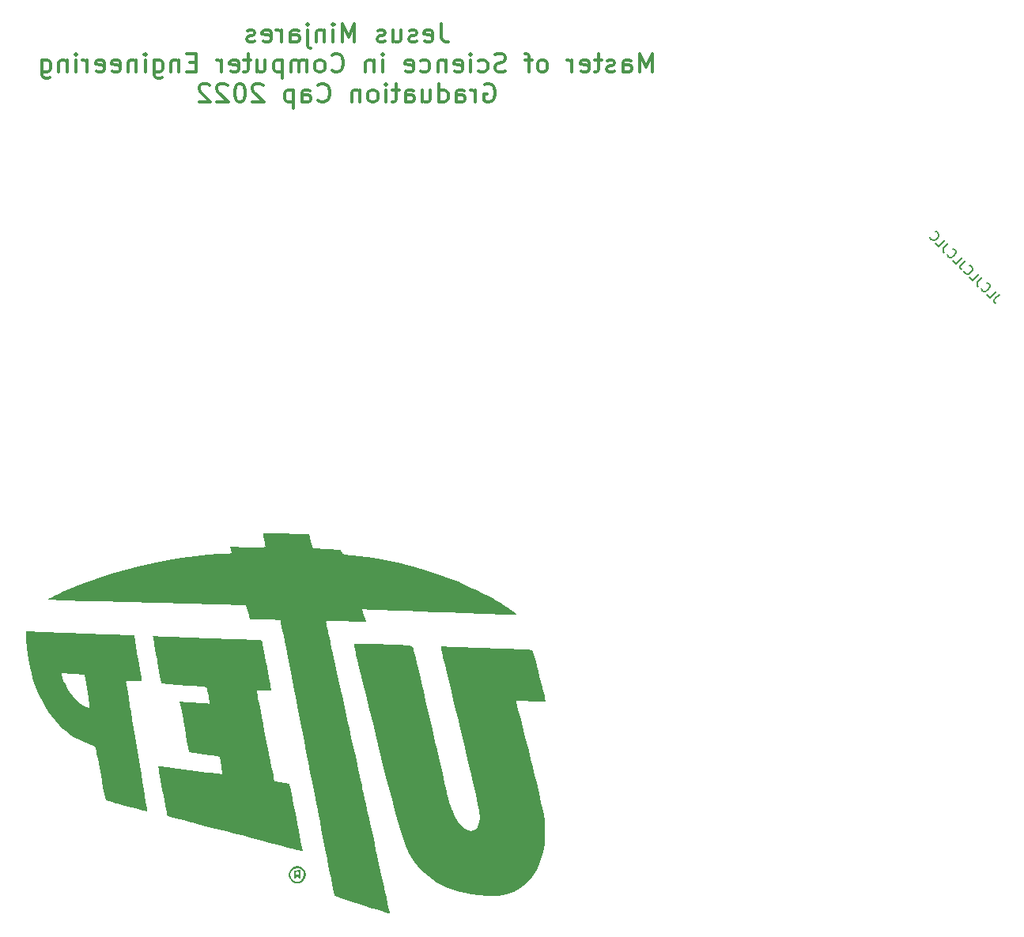
<source format=gbr>
%TF.GenerationSoftware,KiCad,Pcbnew,(6.0.2-0)*%
%TF.CreationDate,2022-06-10T14:05:29-06:00*%
%TF.ProjectId,Graduation Cap,47726164-7561-4746-996f-6e204361702e,rev?*%
%TF.SameCoordinates,Original*%
%TF.FileFunction,Legend,Bot*%
%TF.FilePolarity,Positive*%
%FSLAX46Y46*%
G04 Gerber Fmt 4.6, Leading zero omitted, Abs format (unit mm)*
G04 Created by KiCad (PCBNEW (6.0.2-0)) date 2022-06-10 14:05:29*
%MOMM*%
%LPD*%
G01*
G04 APERTURE LIST*
%ADD10C,0.150000*%
%ADD11C,0.300000*%
G04 APERTURE END LIST*
D10*
X198979385Y-90000934D02*
X198474308Y-90506011D01*
X198406965Y-90640698D01*
X198406965Y-90775385D01*
X198474308Y-90910072D01*
X198541652Y-90977415D01*
X197598843Y-90034606D02*
X197935560Y-90371324D01*
X198642667Y-89664217D01*
X197026423Y-89327499D02*
X197026423Y-89394843D01*
X197093766Y-89529530D01*
X197161110Y-89596873D01*
X197295797Y-89664217D01*
X197430484Y-89664217D01*
X197531499Y-89630545D01*
X197699858Y-89529530D01*
X197800873Y-89428514D01*
X197901888Y-89260156D01*
X197935560Y-89159140D01*
X197935560Y-89024453D01*
X197868217Y-88889766D01*
X197800873Y-88822423D01*
X197666186Y-88755079D01*
X197598843Y-88755079D01*
X197161110Y-88182660D02*
X196656034Y-88687736D01*
X196588690Y-88822423D01*
X196588690Y-88957110D01*
X196656034Y-89091797D01*
X196723377Y-89159140D01*
X195780568Y-88216331D02*
X196117286Y-88553049D01*
X196824392Y-87845942D01*
X195208148Y-87509225D02*
X195208148Y-87576568D01*
X195275492Y-87711255D01*
X195342835Y-87778599D01*
X195477522Y-87845942D01*
X195612209Y-87845942D01*
X195713225Y-87812270D01*
X195881583Y-87711255D01*
X195982599Y-87610240D01*
X196083614Y-87441881D01*
X196117286Y-87340866D01*
X196117286Y-87206179D01*
X196049942Y-87071492D01*
X195982599Y-87004148D01*
X195847912Y-86936805D01*
X195780568Y-86936805D01*
X195342835Y-86364385D02*
X194837759Y-86869461D01*
X194770416Y-87004148D01*
X194770416Y-87138835D01*
X194837759Y-87273522D01*
X194905103Y-87340866D01*
X193962294Y-86398057D02*
X194299011Y-86734774D01*
X195006118Y-86027668D01*
X193389874Y-85690950D02*
X193389874Y-85758294D01*
X193457217Y-85892981D01*
X193524561Y-85960324D01*
X193659248Y-86027668D01*
X193793935Y-86027668D01*
X193894950Y-85993996D01*
X194063309Y-85892981D01*
X194164324Y-85791965D01*
X194265339Y-85623607D01*
X194299011Y-85522591D01*
X194299011Y-85387904D01*
X194231668Y-85253217D01*
X194164324Y-85185874D01*
X194029637Y-85118530D01*
X193962294Y-85118530D01*
X193524561Y-84546111D02*
X193019485Y-85051187D01*
X192952141Y-85185874D01*
X192952141Y-85320561D01*
X193019485Y-85455248D01*
X193086828Y-85522591D01*
X192144019Y-84579782D02*
X192480736Y-84916500D01*
X193187843Y-84209393D01*
X191571599Y-83872675D02*
X191571599Y-83940019D01*
X191638943Y-84074706D01*
X191706286Y-84142049D01*
X191840973Y-84209393D01*
X191975660Y-84209393D01*
X192076675Y-84175721D01*
X192245034Y-84074706D01*
X192346049Y-83973691D01*
X192447065Y-83805332D01*
X192480736Y-83704317D01*
X192480736Y-83569630D01*
X192413393Y-83434943D01*
X192346049Y-83367599D01*
X192211362Y-83300256D01*
X192144019Y-83300256D01*
D11*
X139177619Y-60974761D02*
X139177619Y-62403333D01*
X139272857Y-62689047D01*
X139463333Y-62879523D01*
X139749047Y-62974761D01*
X139939523Y-62974761D01*
X137463333Y-62879523D02*
X137653809Y-62974761D01*
X138034761Y-62974761D01*
X138225238Y-62879523D01*
X138320476Y-62689047D01*
X138320476Y-61927142D01*
X138225238Y-61736666D01*
X138034761Y-61641428D01*
X137653809Y-61641428D01*
X137463333Y-61736666D01*
X137368095Y-61927142D01*
X137368095Y-62117619D01*
X138320476Y-62308095D01*
X136606190Y-62879523D02*
X136415714Y-62974761D01*
X136034761Y-62974761D01*
X135844285Y-62879523D01*
X135749047Y-62689047D01*
X135749047Y-62593809D01*
X135844285Y-62403333D01*
X136034761Y-62308095D01*
X136320476Y-62308095D01*
X136510952Y-62212857D01*
X136606190Y-62022380D01*
X136606190Y-61927142D01*
X136510952Y-61736666D01*
X136320476Y-61641428D01*
X136034761Y-61641428D01*
X135844285Y-61736666D01*
X134034761Y-61641428D02*
X134034761Y-62974761D01*
X134891904Y-61641428D02*
X134891904Y-62689047D01*
X134796666Y-62879523D01*
X134606190Y-62974761D01*
X134320476Y-62974761D01*
X134130000Y-62879523D01*
X134034761Y-62784285D01*
X133177619Y-62879523D02*
X132987142Y-62974761D01*
X132606190Y-62974761D01*
X132415714Y-62879523D01*
X132320476Y-62689047D01*
X132320476Y-62593809D01*
X132415714Y-62403333D01*
X132606190Y-62308095D01*
X132891904Y-62308095D01*
X133082380Y-62212857D01*
X133177619Y-62022380D01*
X133177619Y-61927142D01*
X133082380Y-61736666D01*
X132891904Y-61641428D01*
X132606190Y-61641428D01*
X132415714Y-61736666D01*
X129939523Y-62974761D02*
X129939523Y-60974761D01*
X129272857Y-62403333D01*
X128606190Y-60974761D01*
X128606190Y-62974761D01*
X127653809Y-62974761D02*
X127653809Y-61641428D01*
X127653809Y-60974761D02*
X127749047Y-61070000D01*
X127653809Y-61165238D01*
X127558571Y-61070000D01*
X127653809Y-60974761D01*
X127653809Y-61165238D01*
X126701428Y-61641428D02*
X126701428Y-62974761D01*
X126701428Y-61831904D02*
X126606190Y-61736666D01*
X126415714Y-61641428D01*
X126130000Y-61641428D01*
X125939523Y-61736666D01*
X125844285Y-61927142D01*
X125844285Y-62974761D01*
X124891904Y-61641428D02*
X124891904Y-63355714D01*
X124987142Y-63546190D01*
X125177619Y-63641428D01*
X125272857Y-63641428D01*
X124891904Y-60974761D02*
X124987142Y-61070000D01*
X124891904Y-61165238D01*
X124796666Y-61070000D01*
X124891904Y-60974761D01*
X124891904Y-61165238D01*
X123082380Y-62974761D02*
X123082380Y-61927142D01*
X123177619Y-61736666D01*
X123368095Y-61641428D01*
X123749047Y-61641428D01*
X123939523Y-61736666D01*
X123082380Y-62879523D02*
X123272857Y-62974761D01*
X123749047Y-62974761D01*
X123939523Y-62879523D01*
X124034761Y-62689047D01*
X124034761Y-62498571D01*
X123939523Y-62308095D01*
X123749047Y-62212857D01*
X123272857Y-62212857D01*
X123082380Y-62117619D01*
X122130000Y-62974761D02*
X122130000Y-61641428D01*
X122130000Y-62022380D02*
X122034761Y-61831904D01*
X121939523Y-61736666D01*
X121749047Y-61641428D01*
X121558571Y-61641428D01*
X120130000Y-62879523D02*
X120320476Y-62974761D01*
X120701428Y-62974761D01*
X120891904Y-62879523D01*
X120987142Y-62689047D01*
X120987142Y-61927142D01*
X120891904Y-61736666D01*
X120701428Y-61641428D01*
X120320476Y-61641428D01*
X120130000Y-61736666D01*
X120034761Y-61927142D01*
X120034761Y-62117619D01*
X120987142Y-62308095D01*
X119272857Y-62879523D02*
X119082380Y-62974761D01*
X118701428Y-62974761D01*
X118510952Y-62879523D01*
X118415714Y-62689047D01*
X118415714Y-62593809D01*
X118510952Y-62403333D01*
X118701428Y-62308095D01*
X118987142Y-62308095D01*
X119177619Y-62212857D01*
X119272857Y-62022380D01*
X119272857Y-61927142D01*
X119177619Y-61736666D01*
X118987142Y-61641428D01*
X118701428Y-61641428D01*
X118510952Y-61736666D01*
X161796666Y-66194761D02*
X161796666Y-64194761D01*
X161130000Y-65623333D01*
X160463333Y-64194761D01*
X160463333Y-66194761D01*
X158653809Y-66194761D02*
X158653809Y-65147142D01*
X158749047Y-64956666D01*
X158939523Y-64861428D01*
X159320476Y-64861428D01*
X159510952Y-64956666D01*
X158653809Y-66099523D02*
X158844285Y-66194761D01*
X159320476Y-66194761D01*
X159510952Y-66099523D01*
X159606190Y-65909047D01*
X159606190Y-65718571D01*
X159510952Y-65528095D01*
X159320476Y-65432857D01*
X158844285Y-65432857D01*
X158653809Y-65337619D01*
X157796666Y-66099523D02*
X157606190Y-66194761D01*
X157225238Y-66194761D01*
X157034761Y-66099523D01*
X156939523Y-65909047D01*
X156939523Y-65813809D01*
X157034761Y-65623333D01*
X157225238Y-65528095D01*
X157510952Y-65528095D01*
X157701428Y-65432857D01*
X157796666Y-65242380D01*
X157796666Y-65147142D01*
X157701428Y-64956666D01*
X157510952Y-64861428D01*
X157225238Y-64861428D01*
X157034761Y-64956666D01*
X156368095Y-64861428D02*
X155606190Y-64861428D01*
X156082380Y-64194761D02*
X156082380Y-65909047D01*
X155987142Y-66099523D01*
X155796666Y-66194761D01*
X155606190Y-66194761D01*
X154177619Y-66099523D02*
X154368095Y-66194761D01*
X154749047Y-66194761D01*
X154939523Y-66099523D01*
X155034761Y-65909047D01*
X155034761Y-65147142D01*
X154939523Y-64956666D01*
X154749047Y-64861428D01*
X154368095Y-64861428D01*
X154177619Y-64956666D01*
X154082380Y-65147142D01*
X154082380Y-65337619D01*
X155034761Y-65528095D01*
X153225238Y-66194761D02*
X153225238Y-64861428D01*
X153225238Y-65242380D02*
X153130000Y-65051904D01*
X153034761Y-64956666D01*
X152844285Y-64861428D01*
X152653809Y-64861428D01*
X150177619Y-66194761D02*
X150368095Y-66099523D01*
X150463333Y-66004285D01*
X150558571Y-65813809D01*
X150558571Y-65242380D01*
X150463333Y-65051904D01*
X150368095Y-64956666D01*
X150177619Y-64861428D01*
X149891904Y-64861428D01*
X149701428Y-64956666D01*
X149606190Y-65051904D01*
X149510952Y-65242380D01*
X149510952Y-65813809D01*
X149606190Y-66004285D01*
X149701428Y-66099523D01*
X149891904Y-66194761D01*
X150177619Y-66194761D01*
X148939523Y-64861428D02*
X148177619Y-64861428D01*
X148653809Y-66194761D02*
X148653809Y-64480476D01*
X148558571Y-64290000D01*
X148368095Y-64194761D01*
X148177619Y-64194761D01*
X146082380Y-66099523D02*
X145796666Y-66194761D01*
X145320476Y-66194761D01*
X145130000Y-66099523D01*
X145034761Y-66004285D01*
X144939523Y-65813809D01*
X144939523Y-65623333D01*
X145034761Y-65432857D01*
X145130000Y-65337619D01*
X145320476Y-65242380D01*
X145701428Y-65147142D01*
X145891904Y-65051904D01*
X145987142Y-64956666D01*
X146082380Y-64766190D01*
X146082380Y-64575714D01*
X145987142Y-64385238D01*
X145891904Y-64290000D01*
X145701428Y-64194761D01*
X145225238Y-64194761D01*
X144939523Y-64290000D01*
X143225238Y-66099523D02*
X143415714Y-66194761D01*
X143796666Y-66194761D01*
X143987142Y-66099523D01*
X144082380Y-66004285D01*
X144177619Y-65813809D01*
X144177619Y-65242380D01*
X144082380Y-65051904D01*
X143987142Y-64956666D01*
X143796666Y-64861428D01*
X143415714Y-64861428D01*
X143225238Y-64956666D01*
X142368095Y-66194761D02*
X142368095Y-64861428D01*
X142368095Y-64194761D02*
X142463333Y-64290000D01*
X142368095Y-64385238D01*
X142272857Y-64290000D01*
X142368095Y-64194761D01*
X142368095Y-64385238D01*
X140653809Y-66099523D02*
X140844285Y-66194761D01*
X141225238Y-66194761D01*
X141415714Y-66099523D01*
X141510952Y-65909047D01*
X141510952Y-65147142D01*
X141415714Y-64956666D01*
X141225238Y-64861428D01*
X140844285Y-64861428D01*
X140653809Y-64956666D01*
X140558571Y-65147142D01*
X140558571Y-65337619D01*
X141510952Y-65528095D01*
X139701428Y-64861428D02*
X139701428Y-66194761D01*
X139701428Y-65051904D02*
X139606190Y-64956666D01*
X139415714Y-64861428D01*
X139130000Y-64861428D01*
X138939523Y-64956666D01*
X138844285Y-65147142D01*
X138844285Y-66194761D01*
X137034761Y-66099523D02*
X137225238Y-66194761D01*
X137606190Y-66194761D01*
X137796666Y-66099523D01*
X137891904Y-66004285D01*
X137987142Y-65813809D01*
X137987142Y-65242380D01*
X137891904Y-65051904D01*
X137796666Y-64956666D01*
X137606190Y-64861428D01*
X137225238Y-64861428D01*
X137034761Y-64956666D01*
X135415714Y-66099523D02*
X135606190Y-66194761D01*
X135987142Y-66194761D01*
X136177619Y-66099523D01*
X136272857Y-65909047D01*
X136272857Y-65147142D01*
X136177619Y-64956666D01*
X135987142Y-64861428D01*
X135606190Y-64861428D01*
X135415714Y-64956666D01*
X135320476Y-65147142D01*
X135320476Y-65337619D01*
X136272857Y-65528095D01*
X132939523Y-66194761D02*
X132939523Y-64861428D01*
X132939523Y-64194761D02*
X133034761Y-64290000D01*
X132939523Y-64385238D01*
X132844285Y-64290000D01*
X132939523Y-64194761D01*
X132939523Y-64385238D01*
X131987142Y-64861428D02*
X131987142Y-66194761D01*
X131987142Y-65051904D02*
X131891904Y-64956666D01*
X131701428Y-64861428D01*
X131415714Y-64861428D01*
X131225238Y-64956666D01*
X131130000Y-65147142D01*
X131130000Y-66194761D01*
X127510952Y-66004285D02*
X127606190Y-66099523D01*
X127891904Y-66194761D01*
X128082380Y-66194761D01*
X128368095Y-66099523D01*
X128558571Y-65909047D01*
X128653809Y-65718571D01*
X128749047Y-65337619D01*
X128749047Y-65051904D01*
X128653809Y-64670952D01*
X128558571Y-64480476D01*
X128368095Y-64290000D01*
X128082380Y-64194761D01*
X127891904Y-64194761D01*
X127606190Y-64290000D01*
X127510952Y-64385238D01*
X126368095Y-66194761D02*
X126558571Y-66099523D01*
X126653809Y-66004285D01*
X126749047Y-65813809D01*
X126749047Y-65242380D01*
X126653809Y-65051904D01*
X126558571Y-64956666D01*
X126368095Y-64861428D01*
X126082380Y-64861428D01*
X125891904Y-64956666D01*
X125796666Y-65051904D01*
X125701428Y-65242380D01*
X125701428Y-65813809D01*
X125796666Y-66004285D01*
X125891904Y-66099523D01*
X126082380Y-66194761D01*
X126368095Y-66194761D01*
X124844285Y-66194761D02*
X124844285Y-64861428D01*
X124844285Y-65051904D02*
X124749047Y-64956666D01*
X124558571Y-64861428D01*
X124272857Y-64861428D01*
X124082380Y-64956666D01*
X123987142Y-65147142D01*
X123987142Y-66194761D01*
X123987142Y-65147142D02*
X123891904Y-64956666D01*
X123701428Y-64861428D01*
X123415714Y-64861428D01*
X123225238Y-64956666D01*
X123130000Y-65147142D01*
X123130000Y-66194761D01*
X122177619Y-64861428D02*
X122177619Y-66861428D01*
X122177619Y-64956666D02*
X121987142Y-64861428D01*
X121606190Y-64861428D01*
X121415714Y-64956666D01*
X121320476Y-65051904D01*
X121225238Y-65242380D01*
X121225238Y-65813809D01*
X121320476Y-66004285D01*
X121415714Y-66099523D01*
X121606190Y-66194761D01*
X121987142Y-66194761D01*
X122177619Y-66099523D01*
X119510952Y-64861428D02*
X119510952Y-66194761D01*
X120368095Y-64861428D02*
X120368095Y-65909047D01*
X120272857Y-66099523D01*
X120082380Y-66194761D01*
X119796666Y-66194761D01*
X119606190Y-66099523D01*
X119510952Y-66004285D01*
X118844285Y-64861428D02*
X118082380Y-64861428D01*
X118558571Y-64194761D02*
X118558571Y-65909047D01*
X118463333Y-66099523D01*
X118272857Y-66194761D01*
X118082380Y-66194761D01*
X116653809Y-66099523D02*
X116844285Y-66194761D01*
X117225238Y-66194761D01*
X117415714Y-66099523D01*
X117510952Y-65909047D01*
X117510952Y-65147142D01*
X117415714Y-64956666D01*
X117225238Y-64861428D01*
X116844285Y-64861428D01*
X116653809Y-64956666D01*
X116558571Y-65147142D01*
X116558571Y-65337619D01*
X117510952Y-65528095D01*
X115701428Y-66194761D02*
X115701428Y-64861428D01*
X115701428Y-65242380D02*
X115606190Y-65051904D01*
X115510952Y-64956666D01*
X115320476Y-64861428D01*
X115130000Y-64861428D01*
X112939523Y-65147142D02*
X112272857Y-65147142D01*
X111987142Y-66194761D02*
X112939523Y-66194761D01*
X112939523Y-64194761D01*
X111987142Y-64194761D01*
X111130000Y-64861428D02*
X111130000Y-66194761D01*
X111130000Y-65051904D02*
X111034761Y-64956666D01*
X110844285Y-64861428D01*
X110558571Y-64861428D01*
X110368095Y-64956666D01*
X110272857Y-65147142D01*
X110272857Y-66194761D01*
X108463333Y-64861428D02*
X108463333Y-66480476D01*
X108558571Y-66670952D01*
X108653809Y-66766190D01*
X108844285Y-66861428D01*
X109130000Y-66861428D01*
X109320476Y-66766190D01*
X108463333Y-66099523D02*
X108653809Y-66194761D01*
X109034761Y-66194761D01*
X109225238Y-66099523D01*
X109320476Y-66004285D01*
X109415714Y-65813809D01*
X109415714Y-65242380D01*
X109320476Y-65051904D01*
X109225238Y-64956666D01*
X109034761Y-64861428D01*
X108653809Y-64861428D01*
X108463333Y-64956666D01*
X107510952Y-66194761D02*
X107510952Y-64861428D01*
X107510952Y-64194761D02*
X107606190Y-64290000D01*
X107510952Y-64385238D01*
X107415714Y-64290000D01*
X107510952Y-64194761D01*
X107510952Y-64385238D01*
X106558571Y-64861428D02*
X106558571Y-66194761D01*
X106558571Y-65051904D02*
X106463333Y-64956666D01*
X106272857Y-64861428D01*
X105987142Y-64861428D01*
X105796666Y-64956666D01*
X105701428Y-65147142D01*
X105701428Y-66194761D01*
X103987142Y-66099523D02*
X104177619Y-66194761D01*
X104558571Y-66194761D01*
X104749047Y-66099523D01*
X104844285Y-65909047D01*
X104844285Y-65147142D01*
X104749047Y-64956666D01*
X104558571Y-64861428D01*
X104177619Y-64861428D01*
X103987142Y-64956666D01*
X103891904Y-65147142D01*
X103891904Y-65337619D01*
X104844285Y-65528095D01*
X102272857Y-66099523D02*
X102463333Y-66194761D01*
X102844285Y-66194761D01*
X103034761Y-66099523D01*
X103130000Y-65909047D01*
X103130000Y-65147142D01*
X103034761Y-64956666D01*
X102844285Y-64861428D01*
X102463333Y-64861428D01*
X102272857Y-64956666D01*
X102177619Y-65147142D01*
X102177619Y-65337619D01*
X103130000Y-65528095D01*
X101320476Y-66194761D02*
X101320476Y-64861428D01*
X101320476Y-65242380D02*
X101225238Y-65051904D01*
X101130000Y-64956666D01*
X100939523Y-64861428D01*
X100749047Y-64861428D01*
X100082380Y-66194761D02*
X100082380Y-64861428D01*
X100082380Y-64194761D02*
X100177619Y-64290000D01*
X100082380Y-64385238D01*
X99987142Y-64290000D01*
X100082380Y-64194761D01*
X100082380Y-64385238D01*
X99130000Y-64861428D02*
X99130000Y-66194761D01*
X99130000Y-65051904D02*
X99034761Y-64956666D01*
X98844285Y-64861428D01*
X98558571Y-64861428D01*
X98368095Y-64956666D01*
X98272857Y-65147142D01*
X98272857Y-66194761D01*
X96463333Y-64861428D02*
X96463333Y-66480476D01*
X96558571Y-66670952D01*
X96653809Y-66766190D01*
X96844285Y-66861428D01*
X97130000Y-66861428D01*
X97320476Y-66766190D01*
X96463333Y-66099523D02*
X96653809Y-66194761D01*
X97034761Y-66194761D01*
X97225238Y-66099523D01*
X97320476Y-66004285D01*
X97415714Y-65813809D01*
X97415714Y-65242380D01*
X97320476Y-65051904D01*
X97225238Y-64956666D01*
X97034761Y-64861428D01*
X96653809Y-64861428D01*
X96463333Y-64956666D01*
X143844285Y-67510000D02*
X144034761Y-67414761D01*
X144320476Y-67414761D01*
X144606190Y-67510000D01*
X144796666Y-67700476D01*
X144891904Y-67890952D01*
X144987142Y-68271904D01*
X144987142Y-68557619D01*
X144891904Y-68938571D01*
X144796666Y-69129047D01*
X144606190Y-69319523D01*
X144320476Y-69414761D01*
X144130000Y-69414761D01*
X143844285Y-69319523D01*
X143749047Y-69224285D01*
X143749047Y-68557619D01*
X144130000Y-68557619D01*
X142891904Y-69414761D02*
X142891904Y-68081428D01*
X142891904Y-68462380D02*
X142796666Y-68271904D01*
X142701428Y-68176666D01*
X142510952Y-68081428D01*
X142320476Y-68081428D01*
X140796666Y-69414761D02*
X140796666Y-68367142D01*
X140891904Y-68176666D01*
X141082380Y-68081428D01*
X141463333Y-68081428D01*
X141653809Y-68176666D01*
X140796666Y-69319523D02*
X140987142Y-69414761D01*
X141463333Y-69414761D01*
X141653809Y-69319523D01*
X141749047Y-69129047D01*
X141749047Y-68938571D01*
X141653809Y-68748095D01*
X141463333Y-68652857D01*
X140987142Y-68652857D01*
X140796666Y-68557619D01*
X138987142Y-69414761D02*
X138987142Y-67414761D01*
X138987142Y-69319523D02*
X139177619Y-69414761D01*
X139558571Y-69414761D01*
X139749047Y-69319523D01*
X139844285Y-69224285D01*
X139939523Y-69033809D01*
X139939523Y-68462380D01*
X139844285Y-68271904D01*
X139749047Y-68176666D01*
X139558571Y-68081428D01*
X139177619Y-68081428D01*
X138987142Y-68176666D01*
X137177619Y-68081428D02*
X137177619Y-69414761D01*
X138034761Y-68081428D02*
X138034761Y-69129047D01*
X137939523Y-69319523D01*
X137749047Y-69414761D01*
X137463333Y-69414761D01*
X137272857Y-69319523D01*
X137177619Y-69224285D01*
X135368095Y-69414761D02*
X135368095Y-68367142D01*
X135463333Y-68176666D01*
X135653809Y-68081428D01*
X136034761Y-68081428D01*
X136225238Y-68176666D01*
X135368095Y-69319523D02*
X135558571Y-69414761D01*
X136034761Y-69414761D01*
X136225238Y-69319523D01*
X136320476Y-69129047D01*
X136320476Y-68938571D01*
X136225238Y-68748095D01*
X136034761Y-68652857D01*
X135558571Y-68652857D01*
X135368095Y-68557619D01*
X134701428Y-68081428D02*
X133939523Y-68081428D01*
X134415714Y-67414761D02*
X134415714Y-69129047D01*
X134320476Y-69319523D01*
X134130000Y-69414761D01*
X133939523Y-69414761D01*
X133272857Y-69414761D02*
X133272857Y-68081428D01*
X133272857Y-67414761D02*
X133368095Y-67510000D01*
X133272857Y-67605238D01*
X133177619Y-67510000D01*
X133272857Y-67414761D01*
X133272857Y-67605238D01*
X132034761Y-69414761D02*
X132225238Y-69319523D01*
X132320476Y-69224285D01*
X132415714Y-69033809D01*
X132415714Y-68462380D01*
X132320476Y-68271904D01*
X132225238Y-68176666D01*
X132034761Y-68081428D01*
X131749047Y-68081428D01*
X131558571Y-68176666D01*
X131463333Y-68271904D01*
X131368095Y-68462380D01*
X131368095Y-69033809D01*
X131463333Y-69224285D01*
X131558571Y-69319523D01*
X131749047Y-69414761D01*
X132034761Y-69414761D01*
X130510952Y-68081428D02*
X130510952Y-69414761D01*
X130510952Y-68271904D02*
X130415714Y-68176666D01*
X130225238Y-68081428D01*
X129939523Y-68081428D01*
X129749047Y-68176666D01*
X129653809Y-68367142D01*
X129653809Y-69414761D01*
X126034761Y-69224285D02*
X126130000Y-69319523D01*
X126415714Y-69414761D01*
X126606190Y-69414761D01*
X126891904Y-69319523D01*
X127082380Y-69129047D01*
X127177619Y-68938571D01*
X127272857Y-68557619D01*
X127272857Y-68271904D01*
X127177619Y-67890952D01*
X127082380Y-67700476D01*
X126891904Y-67510000D01*
X126606190Y-67414761D01*
X126415714Y-67414761D01*
X126130000Y-67510000D01*
X126034761Y-67605238D01*
X124320476Y-69414761D02*
X124320476Y-68367142D01*
X124415714Y-68176666D01*
X124606190Y-68081428D01*
X124987142Y-68081428D01*
X125177619Y-68176666D01*
X124320476Y-69319523D02*
X124510952Y-69414761D01*
X124987142Y-69414761D01*
X125177619Y-69319523D01*
X125272857Y-69129047D01*
X125272857Y-68938571D01*
X125177619Y-68748095D01*
X124987142Y-68652857D01*
X124510952Y-68652857D01*
X124320476Y-68557619D01*
X123368095Y-68081428D02*
X123368095Y-70081428D01*
X123368095Y-68176666D02*
X123177619Y-68081428D01*
X122796666Y-68081428D01*
X122606190Y-68176666D01*
X122510952Y-68271904D01*
X122415714Y-68462380D01*
X122415714Y-69033809D01*
X122510952Y-69224285D01*
X122606190Y-69319523D01*
X122796666Y-69414761D01*
X123177619Y-69414761D01*
X123368095Y-69319523D01*
X120130000Y-67605238D02*
X120034761Y-67510000D01*
X119844285Y-67414761D01*
X119368095Y-67414761D01*
X119177619Y-67510000D01*
X119082380Y-67605238D01*
X118987142Y-67795714D01*
X118987142Y-67986190D01*
X119082380Y-68271904D01*
X120225238Y-69414761D01*
X118987142Y-69414761D01*
X117749047Y-67414761D02*
X117558571Y-67414761D01*
X117368095Y-67510000D01*
X117272857Y-67605238D01*
X117177619Y-67795714D01*
X117082380Y-68176666D01*
X117082380Y-68652857D01*
X117177619Y-69033809D01*
X117272857Y-69224285D01*
X117368095Y-69319523D01*
X117558571Y-69414761D01*
X117749047Y-69414761D01*
X117939523Y-69319523D01*
X118034761Y-69224285D01*
X118130000Y-69033809D01*
X118225238Y-68652857D01*
X118225238Y-68176666D01*
X118130000Y-67795714D01*
X118034761Y-67605238D01*
X117939523Y-67510000D01*
X117749047Y-67414761D01*
X116320476Y-67605238D02*
X116225238Y-67510000D01*
X116034761Y-67414761D01*
X115558571Y-67414761D01*
X115368095Y-67510000D01*
X115272857Y-67605238D01*
X115177619Y-67795714D01*
X115177619Y-67986190D01*
X115272857Y-68271904D01*
X116415714Y-69414761D01*
X115177619Y-69414761D01*
X114415714Y-67605238D02*
X114320476Y-67510000D01*
X114130000Y-67414761D01*
X113653809Y-67414761D01*
X113463333Y-67510000D01*
X113368095Y-67605238D01*
X113272857Y-67795714D01*
X113272857Y-67986190D01*
X113368095Y-68271904D01*
X114510952Y-69414761D01*
X113272857Y-69414761D01*
%TO.C,G\u002A\u002A\u002A*%
X125442571Y-120358000D02*
X125587714Y-120285428D01*
X125805428Y-120285428D01*
X126023142Y-120358000D01*
X126168285Y-120503142D01*
X126240857Y-120648285D01*
X126313428Y-120938571D01*
X126313428Y-121156285D01*
X126240857Y-121446571D01*
X126168285Y-121591714D01*
X126023142Y-121736857D01*
X125805428Y-121809428D01*
X125660285Y-121809428D01*
X125442571Y-121736857D01*
X125370000Y-121664285D01*
X125370000Y-121156285D01*
X125660285Y-121156285D01*
X124499142Y-120285428D02*
X124499142Y-120648285D01*
X124862000Y-120503142D02*
X124499142Y-120648285D01*
X124136285Y-120503142D01*
X124716857Y-120938571D02*
X124499142Y-120648285D01*
X124281428Y-120938571D01*
X123338000Y-120285428D02*
X123338000Y-120648285D01*
X123700857Y-120503142D02*
X123338000Y-120648285D01*
X122975142Y-120503142D01*
X123555714Y-120938571D02*
X123338000Y-120648285D01*
X123120285Y-120938571D01*
X122176857Y-120285428D02*
X122176857Y-120648285D01*
X122539714Y-120503142D02*
X122176857Y-120648285D01*
X121814000Y-120503142D01*
X122394571Y-120938571D02*
X122176857Y-120648285D01*
X121959142Y-120938571D01*
G36*
X124496876Y-152808742D02*
G01*
X124213697Y-153036848D01*
X123947723Y-153128588D01*
X123626486Y-153124779D01*
X123342102Y-153008949D01*
X123113430Y-152805878D01*
X122959329Y-152540349D01*
X122898658Y-152237145D01*
X122902084Y-152216163D01*
X123074669Y-152216163D01*
X123145153Y-152484284D01*
X123293132Y-152731149D01*
X123486213Y-152890402D01*
X123620053Y-152942303D01*
X123877899Y-152964929D01*
X124151826Y-152862182D01*
X124259152Y-152789525D01*
X124439718Y-152551933D01*
X124506306Y-152258949D01*
X124454521Y-151951449D01*
X124279968Y-151670308D01*
X124233628Y-151625956D01*
X123987301Y-151503920D01*
X123709569Y-151500194D01*
X123440075Y-151601617D01*
X123218461Y-151795026D01*
X123084368Y-152067261D01*
X123074669Y-152216163D01*
X122902084Y-152216163D01*
X122950278Y-151921045D01*
X123133047Y-151616833D01*
X123196611Y-151549017D01*
X123497630Y-151339291D01*
X123825401Y-151283535D01*
X124180408Y-151381641D01*
X124470504Y-151572613D01*
X124645843Y-151839258D01*
X124704287Y-152199422D01*
X124696243Y-152258949D01*
X124665071Y-152489627D01*
X124496876Y-152808742D01*
G37*
G36*
X109465783Y-126674270D02*
G01*
X109477082Y-126674794D01*
X109822491Y-126689899D01*
X110284290Y-126708755D01*
X110845441Y-126730760D01*
X111488908Y-126755311D01*
X112197655Y-126781806D01*
X112954644Y-126809644D01*
X113742839Y-126838222D01*
X114545204Y-126866938D01*
X115344702Y-126895189D01*
X116124296Y-126922374D01*
X116866949Y-126947891D01*
X117555625Y-126971136D01*
X118173288Y-126991509D01*
X118702900Y-127008406D01*
X119127425Y-127021226D01*
X119429827Y-127029367D01*
X119593068Y-127032226D01*
X119705307Y-127034668D01*
X119937643Y-127065944D01*
X120034917Y-127130000D01*
X120038306Y-127143529D01*
X120066988Y-127283847D01*
X120117410Y-127547078D01*
X120184994Y-127908782D01*
X120265163Y-128344519D01*
X120353338Y-128829846D01*
X120448365Y-129353131D01*
X120555731Y-129938743D01*
X120660591Y-130505567D01*
X120754612Y-131008577D01*
X120829462Y-131402745D01*
X120838281Y-131448828D01*
X120904398Y-131812940D01*
X120953089Y-132114619D01*
X120979828Y-132323609D01*
X120980090Y-132409654D01*
X120946405Y-132418344D01*
X120784812Y-132429240D01*
X120523609Y-132433714D01*
X120198886Y-132430790D01*
X120004419Y-132428750D01*
X119721115Y-132433826D01*
X119526306Y-132448126D01*
X119453846Y-132469874D01*
X119458510Y-132502296D01*
X119488274Y-132667482D01*
X119541877Y-132951251D01*
X119615055Y-133331350D01*
X119703542Y-133785527D01*
X119803071Y-134291532D01*
X119883434Y-134698816D01*
X120001991Y-135300835D01*
X120139125Y-135998135D01*
X120288615Y-136759063D01*
X120444246Y-137551965D01*
X120599798Y-138345187D01*
X120749054Y-139107077D01*
X120791798Y-139325265D01*
X120920128Y-139978704D01*
X121038117Y-140577102D01*
X121142502Y-141104062D01*
X121230018Y-141543187D01*
X121297402Y-141878084D01*
X121341389Y-142092355D01*
X121358716Y-142169605D01*
X121396325Y-142179287D01*
X121559413Y-142210081D01*
X121821014Y-142255293D01*
X122147803Y-142309034D01*
X122373335Y-142346219D01*
X122662920Y-142397060D01*
X122866084Y-142436691D01*
X122948803Y-142458752D01*
X122951277Y-142464244D01*
X122979259Y-142575850D01*
X123031182Y-142812395D01*
X123102141Y-143150583D01*
X123187229Y-143567120D01*
X123281540Y-144038708D01*
X123401166Y-144643631D01*
X123543066Y-145362981D01*
X123683745Y-146077882D01*
X123819971Y-146771789D01*
X123948515Y-147428159D01*
X124066146Y-148030447D01*
X124169633Y-148562111D01*
X124255746Y-149006606D01*
X124321255Y-149347388D01*
X124362929Y-149567914D01*
X124377538Y-149651641D01*
X124376725Y-149654425D01*
X124365989Y-149657575D01*
X124335278Y-149654766D01*
X124275215Y-149643606D01*
X124176422Y-149621707D01*
X124029523Y-149586678D01*
X123825141Y-149536130D01*
X123553898Y-149467673D01*
X123206416Y-149378916D01*
X122773320Y-149267471D01*
X122245230Y-149130948D01*
X121612771Y-148966956D01*
X120866565Y-148773105D01*
X119997235Y-148547007D01*
X118995403Y-148286271D01*
X117851692Y-147988507D01*
X117842944Y-147986229D01*
X117030241Y-147774700D01*
X116216831Y-147563126D01*
X115424423Y-147357143D01*
X114674727Y-147162390D01*
X113989450Y-146984504D01*
X113390303Y-146829122D01*
X112898993Y-146701882D01*
X112537231Y-146608422D01*
X112154568Y-146509771D01*
X111660297Y-146382323D01*
X111202153Y-146264163D01*
X110818548Y-146165200D01*
X110547892Y-146095341D01*
X110492908Y-146080947D01*
X110215898Y-146002178D01*
X110007811Y-145932866D01*
X109910162Y-145886600D01*
X109906973Y-145880417D01*
X109876746Y-145765085D01*
X109824229Y-145523227D01*
X109753449Y-145176374D01*
X109668427Y-144746061D01*
X109573189Y-144253819D01*
X109471759Y-143721180D01*
X109368160Y-143169678D01*
X109266417Y-142620846D01*
X109170553Y-142096214D01*
X109084593Y-141617317D01*
X109012561Y-141205687D01*
X108958481Y-140882856D01*
X108926376Y-140670357D01*
X108920271Y-140589722D01*
X108951763Y-140588073D01*
X109108125Y-140600938D01*
X109363991Y-140630296D01*
X109684615Y-140672388D01*
X109886617Y-140700083D01*
X110436581Y-140773612D01*
X111037848Y-140851767D01*
X111671661Y-140932311D01*
X112319264Y-141013007D01*
X112961898Y-141091616D01*
X113580807Y-141165901D01*
X114157235Y-141233623D01*
X114672423Y-141292546D01*
X115107615Y-141340431D01*
X115444054Y-141375041D01*
X115662983Y-141394138D01*
X115745644Y-141395484D01*
X115748798Y-141319389D01*
X115731918Y-141123213D01*
X115699042Y-140844700D01*
X115655213Y-140520968D01*
X115605475Y-140189138D01*
X115554870Y-139886328D01*
X115508443Y-139649657D01*
X115505943Y-139639425D01*
X115479349Y-139585745D01*
X115418108Y-139541163D01*
X115302091Y-139501398D01*
X115111168Y-139462166D01*
X114825211Y-139419185D01*
X114424088Y-139368173D01*
X113887671Y-139304847D01*
X113775074Y-139291667D01*
X113303237Y-139234014D01*
X112890102Y-139179728D01*
X112559838Y-139132242D01*
X112336610Y-139094990D01*
X112244585Y-139071405D01*
X112241237Y-139068069D01*
X112218528Y-139022933D01*
X112189402Y-138925410D01*
X112151428Y-138762780D01*
X112102173Y-138522322D01*
X112039208Y-138191315D01*
X111960099Y-137757038D01*
X111862417Y-137206771D01*
X111743729Y-136527794D01*
X111601605Y-135707385D01*
X111582836Y-135598827D01*
X111497695Y-135109088D01*
X111419778Y-134665047D01*
X111353884Y-134293796D01*
X111304815Y-134022422D01*
X111277372Y-133878017D01*
X111229874Y-133650803D01*
X112078937Y-133706689D01*
X112272491Y-133719603D01*
X112755075Y-133752867D01*
X113243060Y-133787690D01*
X113655748Y-133818360D01*
X113833828Y-133831381D01*
X114120372Y-133849263D01*
X114321802Y-133857662D01*
X114402790Y-133854851D01*
X114401677Y-133787782D01*
X114378275Y-133601236D01*
X114337809Y-133333837D01*
X114286808Y-133023890D01*
X114231796Y-132709699D01*
X114179303Y-132429571D01*
X114135854Y-132221809D01*
X114107977Y-132124717D01*
X114035219Y-132097645D01*
X113834589Y-132064484D01*
X113540112Y-132032670D01*
X113184850Y-132006439D01*
X112878474Y-131987756D01*
X112366720Y-131954213D01*
X111828613Y-131916604D01*
X111286942Y-131876743D01*
X110764496Y-131836448D01*
X110284064Y-131797533D01*
X109868434Y-131761813D01*
X109540395Y-131731106D01*
X109322736Y-131707226D01*
X109238246Y-131691990D01*
X109233378Y-131677860D01*
X109204595Y-131542029D01*
X109155290Y-131278336D01*
X109088837Y-130905888D01*
X109008615Y-130443794D01*
X108917998Y-129911159D01*
X108820364Y-129327091D01*
X108786775Y-129124715D01*
X108689840Y-128543708D01*
X108600554Y-128012895D01*
X108522465Y-127553084D01*
X108459120Y-127185083D01*
X108414066Y-126929700D01*
X108390851Y-126807741D01*
X108348181Y-126622251D01*
X109465783Y-126674270D01*
G37*
G36*
X106137830Y-135584003D02*
G01*
X106291686Y-136505921D01*
X106454942Y-137482092D01*
X106625756Y-138501385D01*
X106794405Y-139510375D01*
X106955594Y-140481910D01*
X107106306Y-141397472D01*
X107244803Y-142246156D01*
X107369344Y-143017060D01*
X107478191Y-143699278D01*
X107569603Y-144281907D01*
X107641840Y-144754044D01*
X107693164Y-145104785D01*
X107721834Y-145323225D01*
X107726112Y-145398462D01*
X107705813Y-145396071D01*
X107629592Y-145380358D01*
X107489290Y-145347245D01*
X107272460Y-145293573D01*
X106966650Y-145216183D01*
X106559411Y-145111913D01*
X106038292Y-144977605D01*
X105390844Y-144810099D01*
X104604615Y-144606235D01*
X104343969Y-144537487D01*
X103957487Y-144431084D01*
X103640646Y-144338317D01*
X103420773Y-144267303D01*
X103325195Y-144226160D01*
X103309712Y-144200621D01*
X103285550Y-144130797D01*
X103253494Y-144007922D01*
X103211339Y-143820798D01*
X103156881Y-143558228D01*
X103087916Y-143209015D01*
X103002240Y-142761960D01*
X102897649Y-142205868D01*
X102771939Y-141529539D01*
X102622906Y-140721777D01*
X102448346Y-139771385D01*
X102416659Y-139601022D01*
X102339886Y-139207286D01*
X102270280Y-138875284D01*
X102214454Y-138635756D01*
X102179021Y-138519444D01*
X102146003Y-138481002D01*
X101988498Y-138386828D01*
X101763821Y-138306133D01*
X101709304Y-138290641D01*
X101355782Y-138163292D01*
X100924324Y-137975026D01*
X100458974Y-137747198D01*
X100003774Y-137501164D01*
X99602769Y-137258280D01*
X99225873Y-136978984D01*
X98786326Y-136595867D01*
X98327100Y-136149249D01*
X97881604Y-135673246D01*
X97483248Y-135201971D01*
X97165441Y-134769539D01*
X96678761Y-133970627D01*
X96068214Y-132732500D01*
X95567783Y-131404586D01*
X95343391Y-130588308D01*
X98586607Y-130588308D01*
X98588802Y-130783692D01*
X98589888Y-130809268D01*
X98646292Y-131064534D01*
X98776365Y-131407083D01*
X98963932Y-131802425D01*
X99192823Y-132216071D01*
X99446862Y-132613533D01*
X99745533Y-133011825D01*
X100180370Y-133491929D01*
X100621216Y-133874038D01*
X101041342Y-134132682D01*
X101068470Y-134145434D01*
X101303010Y-134251001D01*
X101455038Y-134292819D01*
X101536042Y-134252780D01*
X101557504Y-134112778D01*
X101530912Y-133854708D01*
X101467751Y-133460462D01*
X101424523Y-133196071D01*
X101344187Y-132692520D01*
X101261419Y-132161767D01*
X101188568Y-131682462D01*
X101048615Y-130744616D01*
X98586607Y-130588308D01*
X95343391Y-130588308D01*
X95182847Y-130004292D01*
X94918789Y-128549027D01*
X94780989Y-127056197D01*
X94734866Y-126103163D01*
X95429894Y-126139320D01*
X95533567Y-126144258D01*
X95825573Y-126156642D01*
X96246932Y-126173410D01*
X96780664Y-126193927D01*
X97409789Y-126217558D01*
X98117326Y-126243667D01*
X98886296Y-126271619D01*
X99699719Y-126300779D01*
X100540615Y-126330511D01*
X101030311Y-126347827D01*
X101858066Y-126377647D01*
X102648856Y-126406804D01*
X103385645Y-126434632D01*
X104051397Y-126460467D01*
X104629076Y-126483644D01*
X105101646Y-126503495D01*
X105452071Y-126519358D01*
X105663315Y-126530566D01*
X106370322Y-126575586D01*
X106745040Y-128894562D01*
X106776592Y-129089465D01*
X106870636Y-129666090D01*
X106957206Y-130190674D01*
X107032858Y-130642756D01*
X107094148Y-131001875D01*
X107137634Y-131247570D01*
X107159872Y-131359382D01*
X107167594Y-131392962D01*
X107159241Y-131443836D01*
X107097022Y-131472084D01*
X106955434Y-131480451D01*
X106708976Y-131471685D01*
X106332147Y-131448532D01*
X106083078Y-131433358D01*
X105776678Y-131421326D01*
X105587688Y-131427191D01*
X105492260Y-131452318D01*
X105466544Y-131498074D01*
X105478855Y-131584813D01*
X105515309Y-131815245D01*
X105574062Y-132177859D01*
X105653272Y-132661520D01*
X105751097Y-133255098D01*
X105865693Y-133947460D01*
X105893145Y-134112778D01*
X105995219Y-134727472D01*
X106137830Y-135584003D01*
G37*
G36*
X121296143Y-115626451D02*
G01*
X121888515Y-115635712D01*
X122581965Y-115651281D01*
X123365505Y-115673093D01*
X125049779Y-115723955D01*
X125269649Y-116485312D01*
X125489520Y-117246668D01*
X126995940Y-117303152D01*
X128502359Y-117359636D01*
X128571991Y-117602426D01*
X128597454Y-117679783D01*
X128644954Y-117761561D01*
X128726914Y-117824885D01*
X128863578Y-117874661D01*
X129075189Y-117915800D01*
X129381991Y-117953208D01*
X129804226Y-117991793D01*
X130362138Y-118036466D01*
X131349278Y-118135786D01*
X132903275Y-118371563D01*
X134527495Y-118706038D01*
X136197208Y-119132695D01*
X137887688Y-119645018D01*
X139574205Y-120236491D01*
X141232031Y-120900599D01*
X141329523Y-120942640D01*
X141822132Y-121163950D01*
X142391047Y-121430907D01*
X142999708Y-121725405D01*
X143611556Y-122029336D01*
X144190031Y-122324592D01*
X144698574Y-122593067D01*
X145100626Y-122816653D01*
X145203276Y-122876700D01*
X145549265Y-123085380D01*
X145920377Y-123316897D01*
X146294012Y-123556272D01*
X146647574Y-123788527D01*
X146958464Y-123998684D01*
X147204083Y-124171763D01*
X147361835Y-124292787D01*
X147409121Y-124346777D01*
X147377124Y-124349996D01*
X147207241Y-124350587D01*
X146904027Y-124345580D01*
X146481757Y-124335390D01*
X145954707Y-124320431D01*
X145337153Y-124301117D01*
X144643370Y-124277864D01*
X143887633Y-124251085D01*
X143084218Y-124221195D01*
X142230993Y-124188746D01*
X141246589Y-124151364D01*
X140234215Y-124112972D01*
X139224564Y-124074732D01*
X138248331Y-124037805D01*
X137336209Y-124003353D01*
X136518893Y-123972538D01*
X135827077Y-123946521D01*
X135194469Y-123922521D01*
X134478146Y-123894779D01*
X133788805Y-123867520D01*
X133152291Y-123841791D01*
X132594446Y-123818638D01*
X132141117Y-123799107D01*
X131818146Y-123784245D01*
X130779062Y-123733454D01*
X130833870Y-123956573D01*
X130864043Y-124067918D01*
X130941229Y-124322654D01*
X131032800Y-124602235D01*
X131093540Y-124783839D01*
X131153658Y-124973757D01*
X131176923Y-125062399D01*
X131176229Y-125063340D01*
X131087710Y-125070735D01*
X130864777Y-125073569D01*
X130527371Y-125072022D01*
X130095428Y-125066275D01*
X129588889Y-125056508D01*
X129027692Y-125042904D01*
X128775128Y-125036476D01*
X128089209Y-125022810D01*
X127557752Y-125018846D01*
X127179589Y-125024599D01*
X126953548Y-125040078D01*
X126878461Y-125065298D01*
X126881889Y-125097341D01*
X126911178Y-125260848D01*
X126963941Y-125519689D01*
X127032316Y-125834559D01*
X127067834Y-125994345D01*
X127146312Y-126349049D01*
X127247050Y-126805682D01*
X127363242Y-127333344D01*
X127488080Y-127901135D01*
X127614755Y-128478154D01*
X127640424Y-128595173D01*
X127796199Y-129305252D01*
X127970184Y-130098258D01*
X128149456Y-130915293D01*
X128321091Y-131697456D01*
X128472166Y-132385846D01*
X128482844Y-132434496D01*
X128619646Y-133057907D01*
X128783889Y-133806504D01*
X128970036Y-134655044D01*
X129172551Y-135578282D01*
X129385897Y-136550974D01*
X129604538Y-137547876D01*
X129822937Y-138543743D01*
X130035558Y-139513330D01*
X130236865Y-140431394D01*
X130421320Y-141272690D01*
X130583389Y-142011973D01*
X130717533Y-142624000D01*
X130782206Y-142919308D01*
X130908808Y-143498270D01*
X131037742Y-144088857D01*
X131157056Y-144636304D01*
X131254800Y-145085846D01*
X131282963Y-145215370D01*
X131363889Y-145586273D01*
X131471154Y-146076729D01*
X131599863Y-146664403D01*
X131745120Y-147326962D01*
X131902031Y-148042073D01*
X132065700Y-148787402D01*
X132231233Y-149540616D01*
X132286745Y-149793157D01*
X132460726Y-150585231D01*
X132636459Y-151386098D01*
X132808050Y-152168852D01*
X132969608Y-152906584D01*
X133115237Y-153572387D01*
X133239045Y-154139354D01*
X133335137Y-154580577D01*
X133374449Y-154760819D01*
X133478514Y-155231429D01*
X133571302Y-155641861D01*
X133647453Y-155968949D01*
X133701607Y-156189525D01*
X133728404Y-156280423D01*
X133734554Y-156322008D01*
X133666407Y-156334252D01*
X133505618Y-156306843D01*
X133238530Y-156236600D01*
X132851484Y-156120341D01*
X132330824Y-155954885D01*
X131873154Y-155807488D01*
X131311760Y-155627233D01*
X130696686Y-155430159D01*
X130075711Y-155231575D01*
X129496615Y-155046791D01*
X129283913Y-154978733D01*
X128822858Y-154829179D01*
X128422327Y-154696486D01*
X128104471Y-154588149D01*
X127891440Y-154511662D01*
X127805384Y-154474521D01*
X127801485Y-154465895D01*
X127769702Y-154341629D01*
X127712381Y-154082561D01*
X127632505Y-153703336D01*
X127533059Y-153218604D01*
X127417026Y-152643010D01*
X127287391Y-151991203D01*
X127147138Y-151277830D01*
X126999251Y-150517539D01*
X126859539Y-149795723D01*
X126695128Y-148946809D01*
X126531935Y-148104676D01*
X126374701Y-147293772D01*
X126228169Y-146538542D01*
X126097080Y-145863437D01*
X125986176Y-145292901D01*
X125900201Y-144851385D01*
X125854662Y-144617846D01*
X125725790Y-143956821D01*
X125571785Y-143166725D01*
X125395994Y-142264742D01*
X125201765Y-141268057D01*
X124992448Y-140193855D01*
X124771391Y-139059319D01*
X124541942Y-137881635D01*
X124307450Y-136677988D01*
X124071263Y-135465561D01*
X123836730Y-134261539D01*
X123821803Y-134184900D01*
X123695410Y-133535451D01*
X123546763Y-132770945D01*
X123382438Y-131925238D01*
X123209008Y-131032185D01*
X123033050Y-130125639D01*
X122861136Y-129239455D01*
X122699843Y-128407489D01*
X122594356Y-127865595D01*
X122461271Y-127189061D01*
X122338351Y-126572149D01*
X122228801Y-126030507D01*
X122135820Y-125579786D01*
X122062611Y-125235636D01*
X122012377Y-125013708D01*
X121988318Y-124929652D01*
X121979758Y-124925886D01*
X121855447Y-124909547D01*
X121604855Y-124891947D01*
X121251952Y-124874330D01*
X120820710Y-124857937D01*
X120335100Y-124844009D01*
X118728439Y-124804923D01*
X118523847Y-124062462D01*
X118319254Y-123320000D01*
X111989473Y-123152484D01*
X111113628Y-123129341D01*
X109993557Y-123099839D01*
X108855733Y-123069965D01*
X107721906Y-123040285D01*
X106613826Y-123011366D01*
X105553246Y-122983774D01*
X104561914Y-122958077D01*
X103661583Y-122934840D01*
X102874002Y-122914630D01*
X102220923Y-122898014D01*
X101595563Y-122881913D01*
X100532409Y-122852889D01*
X99620017Y-122825544D01*
X98854772Y-122799729D01*
X98233056Y-122775296D01*
X97751252Y-122752096D01*
X97405742Y-122729981D01*
X97192911Y-122708803D01*
X97109140Y-122688413D01*
X97133216Y-122661548D01*
X97273954Y-122578099D01*
X97518760Y-122450711D01*
X97844799Y-122290084D01*
X98229231Y-122106915D01*
X98649221Y-121911903D01*
X99081930Y-121715745D01*
X99504521Y-121529141D01*
X99894157Y-121362787D01*
X100228000Y-121227383D01*
X100784075Y-121015705D01*
X102189680Y-120521340D01*
X103672876Y-120051881D01*
X105209686Y-119612671D01*
X106776131Y-119209056D01*
X108348233Y-118846378D01*
X109902012Y-118529980D01*
X111413492Y-118265208D01*
X112858693Y-118057405D01*
X114213637Y-117911914D01*
X115454346Y-117834079D01*
X115488362Y-117832856D01*
X115968105Y-117814865D01*
X116313795Y-117798475D01*
X116546328Y-117780296D01*
X116686600Y-117756943D01*
X116755508Y-117725026D01*
X116773946Y-117681158D01*
X116762812Y-117621953D01*
X116728259Y-117496536D01*
X116668461Y-117275282D01*
X116619681Y-117092102D01*
X118505728Y-117118974D01*
X118698668Y-117121641D01*
X119253206Y-117127757D01*
X119674257Y-117128805D01*
X119979379Y-117123947D01*
X120186129Y-117112340D01*
X120312065Y-117093143D01*
X120374742Y-117065515D01*
X120391720Y-117028616D01*
X120391023Y-117012278D01*
X120371318Y-116856312D01*
X120329987Y-116603109D01*
X120274448Y-116298817D01*
X120259071Y-116218182D01*
X120207214Y-115941593D01*
X120170907Y-115740566D01*
X120157231Y-115654048D01*
X120157243Y-115653795D01*
X120235401Y-115637171D01*
X120458597Y-115627115D01*
X120815841Y-115623564D01*
X121296143Y-115626451D01*
G37*
G36*
X130633650Y-127444999D02*
G01*
X131086066Y-127453603D01*
X131605161Y-127465646D01*
X132170118Y-127480510D01*
X132760119Y-127497573D01*
X133354346Y-127516216D01*
X133931982Y-127535819D01*
X134472210Y-127555761D01*
X134954211Y-127575423D01*
X135357168Y-127594185D01*
X135660264Y-127611427D01*
X135842681Y-127626528D01*
X136096463Y-127688472D01*
X136210212Y-127798507D01*
X136233270Y-127891155D01*
X136288312Y-128122510D01*
X136371343Y-128475808D01*
X136478730Y-128935469D01*
X136606842Y-129485914D01*
X136752047Y-130111562D01*
X136910713Y-130796836D01*
X137079208Y-131526154D01*
X137108036Y-131651063D01*
X137316392Y-132553430D01*
X137543860Y-133537976D01*
X137781404Y-134565621D01*
X138019984Y-135597282D01*
X138250564Y-136593877D01*
X138464105Y-137516323D01*
X138651570Y-138325539D01*
X138689855Y-138490736D01*
X138861642Y-139232356D01*
X139031898Y-139967928D01*
X139194992Y-140673084D01*
X139345291Y-141323455D01*
X139477164Y-141894669D01*
X139584977Y-142362359D01*
X139663099Y-142702154D01*
X139685924Y-142801509D01*
X139841129Y-143464348D01*
X139974428Y-144003384D01*
X140093699Y-144444576D01*
X140206821Y-144813888D01*
X140321672Y-145137280D01*
X140446131Y-145440715D01*
X140588076Y-145750154D01*
X140677370Y-145931254D01*
X141023314Y-146528930D01*
X141380094Y-146989124D01*
X141742742Y-147308194D01*
X142106290Y-147482504D01*
X142465769Y-147508412D01*
X142816212Y-147382281D01*
X142941909Y-147297568D01*
X143106058Y-147119605D01*
X143216504Y-146869278D01*
X143296148Y-146504715D01*
X143313449Y-146386407D01*
X143328670Y-146225900D01*
X143333969Y-146049521D01*
X143327511Y-145848211D01*
X143307460Y-145612911D01*
X143271982Y-145334561D01*
X143219242Y-145004103D01*
X143147406Y-144612479D01*
X143054638Y-144150628D01*
X142939104Y-143609492D01*
X142798968Y-142980013D01*
X142632397Y-142253131D01*
X142437555Y-141419787D01*
X142212608Y-140470922D01*
X141955720Y-139397478D01*
X141665057Y-138190396D01*
X141338785Y-136840616D01*
X141327610Y-136794371D01*
X141266548Y-136540690D01*
X141175413Y-136161157D01*
X141059094Y-135676159D01*
X140922474Y-135106081D01*
X140770441Y-134471310D01*
X140607881Y-133792231D01*
X140439679Y-133089231D01*
X140412723Y-132976554D01*
X140238297Y-132248206D01*
X140065262Y-131526856D01*
X139899436Y-130836678D01*
X139746635Y-130201844D01*
X139612676Y-129646527D01*
X139503378Y-129194900D01*
X139424558Y-128871135D01*
X139385678Y-128710807D01*
X139298933Y-128340357D01*
X139232625Y-128038549D01*
X139192669Y-127833025D01*
X139184980Y-127751430D01*
X139208165Y-127749119D01*
X139363200Y-127749092D01*
X139649719Y-127754604D01*
X140051383Y-127765175D01*
X140551851Y-127780323D01*
X141134783Y-127799568D01*
X141783839Y-127822429D01*
X142482679Y-127848427D01*
X142568339Y-127851692D01*
X143347243Y-127881130D01*
X144138590Y-127910623D01*
X144914275Y-127939152D01*
X145646190Y-127965697D01*
X146306233Y-127989236D01*
X146866296Y-128008751D01*
X147298274Y-128023220D01*
X147738020Y-128040129D01*
X148210667Y-128065761D01*
X148582155Y-128095034D01*
X148834100Y-128126440D01*
X148948122Y-128158473D01*
X148959773Y-128173621D01*
X149019576Y-128313862D01*
X149107180Y-128574917D01*
X149215331Y-128933075D01*
X149336776Y-129364622D01*
X149464262Y-129845846D01*
X149599951Y-130373376D01*
X149754419Y-130973553D01*
X149906189Y-131562916D01*
X150043194Y-132094607D01*
X150153365Y-132521767D01*
X150190350Y-132667047D01*
X150279729Y-133037709D01*
X150346019Y-133342317D01*
X150383343Y-133552586D01*
X150385820Y-133640231D01*
X150383683Y-133641594D01*
X150281459Y-133650829D01*
X150050260Y-133651660D01*
X149714762Y-133644589D01*
X149299646Y-133630114D01*
X148829589Y-133608735D01*
X148783109Y-133606408D01*
X148316814Y-133584813D01*
X147907499Y-133568921D01*
X147579936Y-133559462D01*
X147358898Y-133557167D01*
X147269156Y-133562764D01*
X147258780Y-133610106D01*
X147277474Y-133772896D01*
X147329636Y-134005416D01*
X147377967Y-134188273D01*
X147544712Y-134826874D01*
X147729213Y-135543565D01*
X147927959Y-136323995D01*
X148137440Y-137153815D01*
X148354147Y-138018673D01*
X148574569Y-138904220D01*
X148795196Y-139796105D01*
X149012519Y-140679977D01*
X149223027Y-141541487D01*
X149423209Y-142366284D01*
X149609558Y-143140017D01*
X149778561Y-143848336D01*
X149926710Y-144476892D01*
X150050493Y-145011332D01*
X150146402Y-145437307D01*
X150210926Y-145740467D01*
X150240555Y-145906462D01*
X150265614Y-146145883D01*
X150307760Y-146802499D01*
X150321500Y-147505307D01*
X150307440Y-148204227D01*
X150266187Y-148849177D01*
X150198349Y-149390074D01*
X150106813Y-149852413D01*
X149823068Y-150826831D01*
X149437332Y-151698827D01*
X148955260Y-152462561D01*
X148382504Y-153112192D01*
X147724718Y-153641880D01*
X146987556Y-154045785D01*
X146176670Y-154318066D01*
X145297714Y-154452883D01*
X144924954Y-154474227D01*
X144106736Y-154480595D01*
X143286027Y-154424607D01*
X142394063Y-154302707D01*
X142066684Y-154244323D01*
X140871433Y-153946481D01*
X139763551Y-153533036D01*
X138749767Y-153009122D01*
X137836815Y-152379875D01*
X137031424Y-151650430D01*
X136340326Y-150825921D01*
X135770251Y-149911483D01*
X135327932Y-148912251D01*
X135301430Y-148837858D01*
X135149895Y-148380589D01*
X134966289Y-147782032D01*
X134753007Y-147051390D01*
X134512445Y-146197864D01*
X134247000Y-145230658D01*
X133959066Y-144158974D01*
X133651039Y-142992015D01*
X133325315Y-141738984D01*
X132984291Y-140409084D01*
X132630360Y-139011516D01*
X132265920Y-137555484D01*
X131893366Y-136050191D01*
X131515094Y-134504839D01*
X131133499Y-132928631D01*
X130750977Y-131330769D01*
X130651529Y-130913496D01*
X130505984Y-130304238D01*
X130358623Y-129688764D01*
X130222084Y-129119841D01*
X130109002Y-128650235D01*
X130058083Y-128435326D01*
X129973551Y-128057010D01*
X129911257Y-127748259D01*
X129876533Y-127536405D01*
X129874707Y-127448780D01*
X129884653Y-127446026D01*
X130012126Y-127440591D01*
X130268730Y-127440455D01*
X130633650Y-127444999D01*
G37*
G36*
X124141527Y-152291049D02*
G01*
X124119169Y-152529112D01*
X124076651Y-152654778D01*
X124022220Y-152653433D01*
X123964124Y-152510462D01*
X123924698Y-152419368D01*
X123840528Y-152354154D01*
X123772801Y-152386643D01*
X123674154Y-152510462D01*
X123592315Y-152633537D01*
X123524719Y-152644169D01*
X123486559Y-152506425D01*
X123475857Y-152217385D01*
X123476996Y-152041539D01*
X123596000Y-152041539D01*
X123638171Y-152161212D01*
X123791385Y-152197846D01*
X123940977Y-152164109D01*
X123986769Y-152041539D01*
X123944598Y-151921865D01*
X123791385Y-151885231D01*
X123641793Y-151918968D01*
X123596000Y-152041539D01*
X123476996Y-152041539D01*
X123478769Y-151768000D01*
X124143077Y-151719936D01*
X124143077Y-152193353D01*
X124141527Y-152291049D01*
G37*
%TD*%
M02*

</source>
